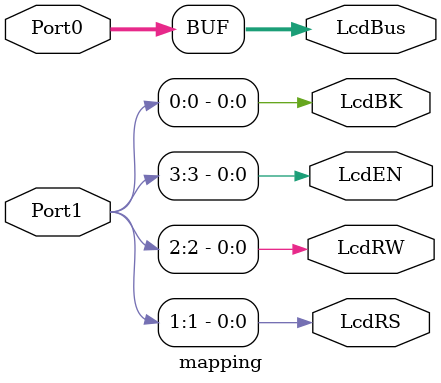
<source format=v>
module mapping
(
Port0,
Port1,
LcdBus,
LcdRS,
LcdRW,
LcdEN,
LcdBK
);


input [7:0] Port0;
input [3:0] Port1;
output [7:0] LcdBus;
output LcdRS;
output LcdRW;
output LcdEN;
output LcdBK;


assign LcdBus = Port0;
assign LcdBK = Port1[0];
assign LcdRS = Port1[1];
assign LcdRW = Port1[2];
assign LcdEN = Port1[3];


endmodule
</source>
